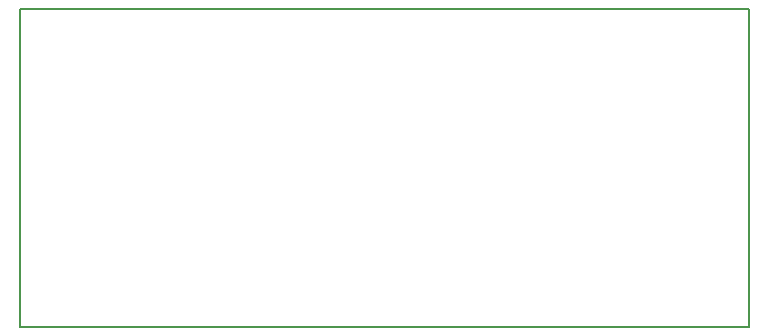
<source format=gm1>
G04 MADE WITH FRITZING*
G04 WWW.FRITZING.ORG*
G04 DOUBLE SIDED*
G04 HOLES PLATED*
G04 CONTOUR ON CENTER OF CONTOUR VECTOR*
%ASAXBY*%
%FSLAX23Y23*%
%MOIN*%
%OFA0B0*%
%SFA1.0B1.0*%
%ADD10R,2.440130X1.066800*%
%ADD11C,0.008000*%
%ADD10C,0.008*%
%LNCONTOUR*%
G90*
G70*
G54D10*
G54D11*
X4Y1063D02*
X2436Y1063D01*
X2436Y4D01*
X4Y4D01*
X4Y1063D01*
D02*
G04 End of contour*
M02*
</source>
